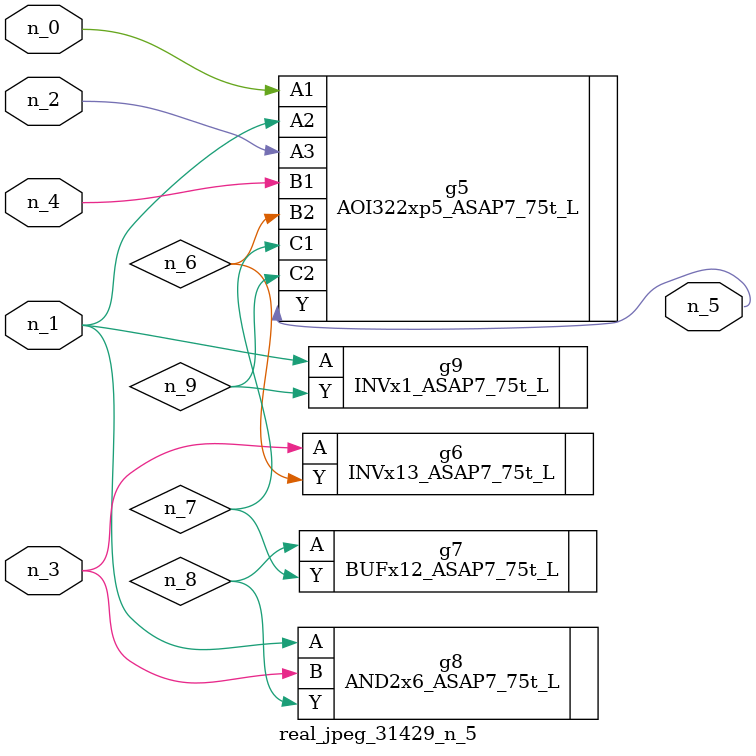
<source format=v>
module real_jpeg_31429_n_5 (n_4, n_0, n_1, n_2, n_3, n_5);

input n_4;
input n_0;
input n_1;
input n_2;
input n_3;

output n_5;

wire n_8;
wire n_6;
wire n_7;
wire n_9;

AOI322xp5_ASAP7_75t_L g5 ( 
.A1(n_0),
.A2(n_1),
.A3(n_2),
.B1(n_4),
.B2(n_6),
.C1(n_7),
.C2(n_9),
.Y(n_5)
);

AND2x6_ASAP7_75t_L g8 ( 
.A(n_1),
.B(n_3),
.Y(n_8)
);

INVx1_ASAP7_75t_L g9 ( 
.A(n_1),
.Y(n_9)
);

INVx13_ASAP7_75t_L g6 ( 
.A(n_3),
.Y(n_6)
);

BUFx12_ASAP7_75t_L g7 ( 
.A(n_8),
.Y(n_7)
);


endmodule
</source>
